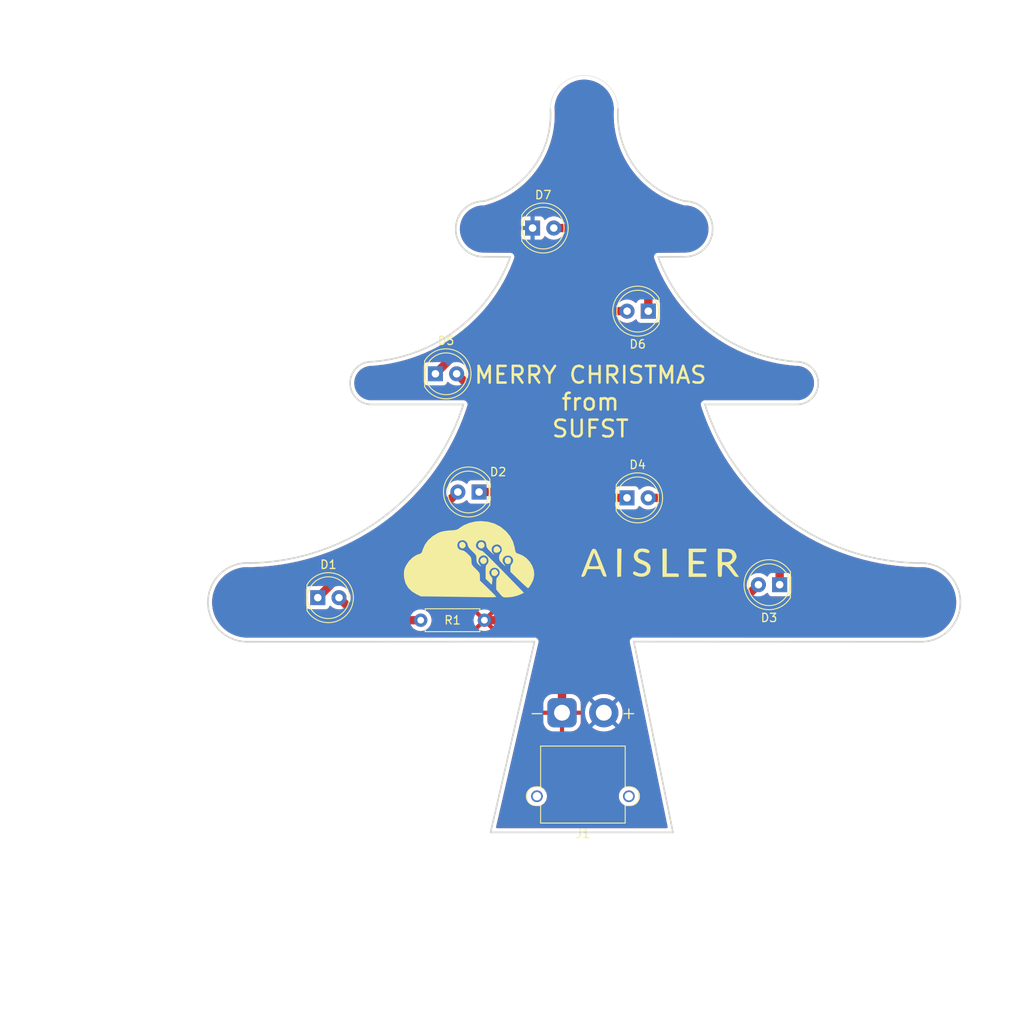
<source format=kicad_pcb>
(kicad_pcb (version 20241229) (generator "pcbnew") (generator_version "9.0")
  (layers (0 "F.Cu" signal) (2 "B.Cu" signal) (13 "F.Paste" user) (15 "B.Paste" user) (5 "F.SilkS" user "F.Silkscreen") (7 "B.SilkS" user "B.Silkscreen") (1 "F.Mask" user) (3 "B.Mask" user) (25 "Edge.Cuts" user))
  (net 0 "")
  (net 1 "Net-(D1-A)")
  (net 2 "Net-(D1-K)")
  (net 3 "Net-(D2-K)")
  (net 4 "Net-(D3-K)")
  (net 5 "Net-(D4-K)")
  (net 6 "Net-(D5-K)")
  (net 7 "Net-(D6-K)")
  (net 8 "GND")
  (net 9 "+GLV")
  (footprint "LED_THT:LED_D5.0mm_Clear" (layer "F.Cu") (at 142.725 69.85 180)
    (property "Reference" "D6" (at 1.27 -3.96 0) (layer "F.SilkS"))
    (property "Value" "LED")
    (fp_line (start -1.29 -1.545) (end -1.29 1.545) (stroke (width 0.12)) (layer "F.SilkS"))
    (fp_arc (start 4.26 0) (mid 2.071779 2.880495) (end -1.29 1.54483) (stroke (width 0.12)) (layer "F.SilkS"))
    (fp_arc (start -1.29 -1.54483) (mid 2.071779 -2.880495) (end 4.26 0) (stroke (width 0.12)) (layer "F.SilkS"))
    (fp_circle (center 1.27 0) (end 3.77 0) (stroke (width 0.12)) (fill no) (layer "F.SilkS"))
    (pad "1" thru_hole rect (at 0 0 180) (size 1.8 1.8) (drill 0.9) (layers "*.Cu" "*.Mask") (net 7 "Net-(D6-K)"))
    (pad "2" thru_hole circle (at 2.54 0 180) (size 1.8 1.8) (drill 0.9) (layers "*.Cu" "*.Mask") (net 6 "Net-(D5-K)"))
  )
  (footprint "LED_THT:LED_D5.0mm_Clear" (layer "F.Cu") (at 140.175 92.2)
    (property "Reference" "D4" (at 1.27 -3.96 0) (layer "F.SilkS"))
    (property "Value" "LED")
    (fp_line (start -1.29 -1.545) (end -1.29 1.545) (stroke (width 0.12)) (layer "F.SilkS"))
    (fp_arc (start -1.29 -1.54483) (mid 2.071779 -2.880495) (end 4.26 0) (stroke (width 0.12)) (layer "F.SilkS"))
    (fp_arc (start 4.26 0) (mid 2.071779 2.880495) (end -1.29 1.54483) (stroke (width 0.12)) (layer "F.SilkS"))
    (fp_circle (center 1.27 0) (end 3.77 0) (stroke (width 0.12)) (fill no) (layer "F.SilkS"))
    (pad "1" thru_hole rect (at 0 0) (size 1.8 1.8) (drill 0.9) (layers "*.Cu" "*.Mask") (net 5 "Net-(D4-K)"))
    (pad "2" thru_hole circle (at 2.54 0) (size 1.8 1.8) (drill 0.9) (layers "*.Cu" "*.Mask") (net 4 "Net-(D3-K)"))
  )
  (footprint "LED_THT:LED_D5.0mm_Clear" (layer "F.Cu") (at 128.875 59.9)
    (property "Reference" "D7" (at 1.27 -3.96 0) (layer "F.SilkS"))
    (property "Value" "LED")
    (fp_line (start -1.29 -1.545) (end -1.29 1.545) (stroke (width 0.12)) (layer "F.SilkS"))
    (fp_arc (start -1.29 -1.54483) (mid 2.071779 -2.880495) (end 4.26 0) (stroke (width 0.12)) (layer "F.SilkS"))
    (fp_arc (start 4.26 0) (mid 2.071779 2.880495) (end -1.29 1.54483) (stroke (width 0.12)) (layer "F.SilkS"))
    (fp_circle (center 1.27 0) (end 3.77 0) (stroke (width 0.12)) (fill no) (layer "F.SilkS"))
    (pad "1" thru_hole rect (at 0 0) (size 1.8 1.8) (drill 0.9) (layers "*.Cu" "*.Mask") (net 8 "GND"))
    (pad "2" thru_hole circle (at 2.54 0) (size 1.8 1.8) (drill 0.9) (layers "*.Cu" "*.Mask") (net 7 "Net-(D6-K)"))
  )
  (footprint "Connector_AMASS:AMASS_XT30PW-M_1x02_P2.50mm_Horizontal" (layer "F.Cu") (at 132.4 117.925 180)
    (property "Reference" "J1" (at -2.5 -14.5 180) (layer "F.SilkS"))
    (property "Value" "Conn_01x02_Socket")
    (fp_line (start 2.56 -8.89) (end 3.15 -8.89) (stroke (width 0.12)) (layer "F.SilkS"))
    (fp_line (start 2.56 -8.89) (end 2.56 -3.99) (stroke (width 0.12)) (layer "F.SilkS"))
    (fp_line (start 2.56 -11.11) (end 3.15 -11.11) (stroke (width 0.12)) (layer "F.SilkS"))
    (fp_line (start 2.56 -13.21) (end 2.56 -11.11) (stroke (width 0.12)) (layer "F.SilkS"))
    (fp_line (start -7.56 -3.99) (end 2.56 -3.99) (stroke (width 0.12)) (layer "F.SilkS"))
    (fp_line (start -7.56 -8.89) (end -7.56 -3.99) (stroke (width 0.12)) (layer "F.SilkS"))
    (fp_line (start -7.56 -13.21) (end 2.56 -13.21) (stroke (width 0.12)) (layer "F.SilkS"))
    (fp_line (start -7.56 -13.21) (end -7.56 -11.11) (stroke (width 0.12)) (layer "F.SilkS"))
    (fp_line (start -8.15 -8.89) (end -7.56 -8.89) (stroke (width 0.12)) (layer "F.SilkS"))
    (fp_line (start -8.15 -11.11) (end -7.56 -11.11) (stroke (width 0.12)) (layer "F.SilkS"))
    (fp_arc (start 3.15 -11.11) (mid 4.26 -10) (end 3.15 -8.89) (stroke (width 0.12)) (layer "F.SilkS"))
    (fp_arc (start -8.15 -8.89) (mid -9.26 -10) (end -8.15 -11.11) (stroke (width 0.12)) (layer "F.SilkS"))
    (fp_text user "-" (at 3 0 180) (layer "F.SilkS") (effects (font (size 1.5 1.5))))
    (fp_text user "+" (at -8 0 180) (layer "F.SilkS") (effects (font (size 1.5 1.5))))
    (pad "" thru_hole circle (at -8 -10 180) (size 1.4 1.4) (drill 1) (layers "*.Cu" "*.Mask"))
    (pad "" thru_hole circle (at 3 -10 180) (size 1.4 1.4) (drill 1) (layers "*.Cu" "*.Mask"))
    (pad "1" thru_hole roundrect (at 0 0 180) (size 3.5 3.5) (drill 1.9) (layers "*.Cu" "*.Mask") (roundrect_rratio 0.22) (net 9 "+GLV"))
    (pad "2" thru_hole circle (at -5 0 180) (size 3.5 3.5) (drill 1.9) (layers "*.Cu" "*.Mask") (net 8 "GND"))
  )
  (footprint "LED_THT:LED_D5.0mm_Clear" (layer "F.Cu") (at 117.25 77.35)
    (property "Reference" "D5" (at 1.27 -3.96 0) (layer "F.SilkS"))
    (property "Value" "LED")
    (fp_line (start -1.29 -1.545) (end -1.29 1.545) (stroke (width 0.12)) (layer "F.SilkS"))
    (fp_arc (start -1.29 -1.54483) (mid 2.071779 -2.880495) (end 4.26 0) (stroke (width 0.12)) (layer "F.SilkS"))
    (fp_arc (start 4.26 0) (mid 2.071779 2.880495) (end -1.29 1.54483) (stroke (width 0.12)) (layer "F.SilkS"))
    (fp_circle (center 1.27 0) (end 3.77 0) (stroke (width 0.12)) (fill no) (layer "F.SilkS"))
    (pad "1" thru_hole rect (at 0 0) (size 1.8 1.8) (drill 0.9) (layers "*.Cu" "*.Mask") (net 6 "Net-(D5-K)"))
    (pad "2" thru_hole circle (at 2.54 0) (size 1.8 1.8) (drill 0.9) (layers "*.Cu" "*.Mask") (net 5 "Net-(D4-K)"))
  )
  (footprint "LED_THT:LED_D5.0mm_Clear" (layer "F.Cu") (at 103.175 104.15)
    (property "Reference" "D1" (at 1.27 -3.96 0) (layer "F.SilkS"))
    (property "Value" "LED")
    (fp_line (start -1.29 -1.545) (end -1.29 1.545) (stroke (width 0.12)) (layer "F.SilkS"))
    (fp_arc (start -1.29 -1.54483) (mid 2.071779 -2.880495) (end 4.26 0) (stroke (width 0.12)) (layer "F.SilkS"))
    (fp_arc (start 4.26 0) (mid 2.071779 2.880495) (end -1.29 1.54483) (stroke (width 0.12)) (layer "F.SilkS"))
    (fp_circle (center 1.27 0) (end 3.77 0) (stroke (width 0.12)) (fill no) (layer "F.SilkS"))
    (pad "1" thru_hole rect (at 0 0) (size 1.8 1.8) (drill 0.9) (layers "*.Cu" "*.Mask") (net 2 "Net-(D1-K)"))
    (pad "2" thru_hole circle (at 2.54 0) (size 1.8 1.8) (drill 0.9) (layers "*.Cu" "*.Mask") (net 1 "Net-(D1-A)"))
  )
  (footprint "LED_THT:LED_D5.0mm_Clear" (layer "F.Cu") (at 158.44 102.6 180)
    (property "Reference" "D3" (at 1.27 -3.96 0) (layer "F.SilkS"))
    (property "Value" "LED")
    (fp_line (start -1.29 -1.545) (end -1.29 1.545) (stroke (width 0.12)) (layer "F.SilkS"))
    (fp_arc (start 4.26 0) (mid 2.071779 2.880495) (end -1.29 1.54483) (stroke (width 0.12)) (layer "F.SilkS"))
    (fp_arc (start -1.29 -1.54483) (mid 2.071779 -2.880495) (end 4.26 0) (stroke (width 0.12)) (layer "F.SilkS"))
    (fp_circle (center 1.27 0) (end 3.77 0) (stroke (width 0.12)) (fill no) (layer "F.SilkS"))
    (pad "1" thru_hole rect (at 0 0 180) (size 1.8 1.8) (drill 0.9) (layers "*.Cu" "*.Mask") (net 4 "Net-(D3-K)"))
    (pad "2" thru_hole circle (at 2.54 0 180) (size 1.8 1.8) (drill 0.9) (layers "*.Cu" "*.Mask") (net 3 "Net-(D2-K)"))
  )
  (footprint "LOGO" (layer "F.Cu") (at 133.5 99.55)
    (property "Reference" "G***" (hide yes))
    (property "Value" "LOGO" (hide yes))
    (fp_poly (pts (xy 5.991956 0.402166) (xy 5.969 2.074333) (xy 5.736166 2.101123) (xy 5.503333 2.127914) (xy 5.503333 0.428957) (xy 5.503333 -1.27) (xy 5.759123 -1.27) (xy 6.014913 -1.270001)) (fill yes) (layer "F.SilkS"))
    (fp_poly (pts (xy -12.809995 -2.010281) (xy -12.7786 -1.984176) (xy -12.634049 -1.766049) (xy -12.652116 -1.538738) (xy -12.748381 -1.403048) (xy -12.964411 -1.281318) (xy -13.18134 -1.320478) (xy -13.339066 -1.47599) (xy -13.411529 -1.701218) (xy -13.357264 -1.901344) (xy -13.213861 -2.042285) (xy -13.018909 -2.089958)) (fill yes) (layer "F.SilkS"))
    (fp_poly (pts (xy -10.6085 -2.050998) (xy -10.450572 -1.923184) (xy -10.367476 -1.738395) (xy -10.394845 -1.533065) (xy -10.461825 -1.433266) (xy -10.679952 -1.288716) (xy -10.907263 -1.306782) (xy -11.042953 -1.403048) (xy -11.164792 -1.620629) (xy -11.122409 -1.847834) (xy -11.006323 -1.989978) (xy -10.805628 -2.085407)) (fill yes) (layer "F.SilkS"))
    (fp_poly (pts (xy -10.338489 -0.208684) (xy -10.177869 -0.087076) (xy -10.095777 0.097452) (xy -10.12702 0.310091) (xy -10.205421 0.426744) (xy -10.419625 0.573542) (xy -10.635968 0.552763) (xy -10.781878 0.437833) (xy -10.90905 0.215794) (xy -10.868354 0.006966) (xy -10.756079 -0.123913) (xy -10.542828 -0.232566)) (fill yes) (layer "F.SilkS"))
    (fp_poly (pts (xy -8.954877 1.261742) (xy -8.839881 1.397) (xy -8.750299 1.562709) (xy -8.764788 1.693004) (xy -8.839881 1.820333) (xy -9.028633 1.996815) (xy -9.259531 2.009921) (xy -9.419167 1.940551) (xy -9.539096 1.785948) (xy -9.565354 1.568317) (xy -9.499736 1.364487) (xy -9.403567 1.272978) (xy -9.151146 1.191268)) (fill yes) (layer "F.SilkS"))
    (fp_poly (pts (xy -8.816781 -1.548116) (xy -8.629335 -1.426286) (xy -8.495155 -1.244293) (xy -8.466667 -1.132866) (xy -8.539613 -0.949349) (xy -8.718221 -0.821047) (xy -8.942149 -0.769769) (xy -9.151055 -0.817321) (xy -9.211734 -0.8636) (xy -9.302807 -1.051358) (xy -9.276566 -1.262455) (xy -9.161941 -1.446752) (xy -8.987863 -1.554107)) (fill yes) (layer "F.SilkS"))
    (fp_poly (pts (xy -7.383372 -0.20815) (xy -7.298267 -0.1524) (xy -7.206868 0.035215) (xy -7.209079 0.263861) (xy -7.297413 0.454342) (xy -7.360434 0.505021) (xy -7.550768 0.581741) (xy -7.710241 0.55423) (xy -7.8105 0.501218) (xy -7.922022 0.351672) (xy -7.956093 0.130017) (xy -7.906922 -0.082434) (xy -7.857067 -0.1524) (xy -7.692003 -0.237226) (xy -7.577667 -0.254)) (fill yes) (layer "F.SilkS"))
    (fp_poly (pts (xy 11.43 0.211666) (xy 11.43 1.693333) (xy 12.149666 1.693333) (xy 12.498162 1.695276) (xy 12.710852 1.70768) (xy 12.821259 1.740405) (xy 12.862911 1.803311) (xy 12.869333 1.905) (xy 12.869333 2.116666) (xy 11.895666 2.116666) (xy 10.922 2.116666) (xy 10.922 0.423333) (xy 10.922 -1.27) (xy 11.176 -1.27) (xy 11.43 -1.27)) (fill yes) (layer "F.SilkS"))
    (fp_poly (pts (xy 16.171333 -1.058334) (xy 16.165747 -0.960276) (xy 16.127845 -0.898433) (xy 16.025907 -0.864457) (xy 15.828216 -0.850002) (xy 15.503053 -0.846721) (xy 15.367 -0.846667) (xy 14.562666 -0.846667) (xy 14.562666 -0.342229) (xy 14.562666 0.16221) (xy 15.218833 0.186938) (xy 15.550538 0.203269) (xy 15.749283 0.228972) (xy 15.851427 0.275503) (xy 15.893332 0.354314) (xy 15.902055 0.402166) (xy 15.906646 0.496325) (xy 15.865489 0.552895) (xy 15.745666 0.581433) (xy 15.514264 0.591496) (xy 15.245888 0.592666) (xy 14.562666 0.592666) (xy 14.562666 1.143) (xy 14.562666 1.693333) (xy 15.367 1.693333) (xy 15.739618 1.694803) (xy 15.974622 1.704777) (xy 16.10373 1.731603) (xy 16.158659 1.783627) (xy 16.171129 1.869196) (xy 16.171333 1.905) (xy 16.171333 2.116666) (xy 15.113 2.116666) (xy 14.054666 2.116666) (xy 14.054666 0.423333) (xy 14.054666 -1.27) (xy 15.113 -1.27) (xy 16.171333 -1.27)) (fill yes) (layer "F.SilkS"))
    (fp_poly (pts (xy 8.734428 -1.272838) (xy 9.023841 -1.211577) (xy 9.249719 -1.106063) (xy 9.372156 -0.963219) (xy 9.379369 -0.862489) (xy 9.28253 -0.750229) (xy 9.061991 -0.751358) (xy 8.758106 -0.849921) (xy 8.465293 -0.901029) (xy 8.206517 -0.8266) (xy 8.027022 -0.647908) (xy 7.973715 -0.481088) (xy 7.977253 -0.280346) (xy 8.060107 -0.128092) (xy 8.249912 0.002905) (xy 8.574298 0.139877) (xy 8.621415 0.157219) (xy 9.050473 0.351445) (xy 9.327563 0.573804) (xy 9.469758 0.842486) (xy 9.498085 1.091189) (xy 9.446927 1.47035) (xy 9.288722 1.748308) (xy 9.032763 1.951547) (xy 8.67131 2.083367) (xy 8.248664 2.101707) (xy 7.828883 2.007043) (xy 7.6835 1.941568) (xy 7.466881 1.815413) (xy 7.381765 1.715533) (xy 7.404592 1.600168) (xy 7.448382 1.524796) (xy 7.522884 1.448374) (xy 7.631693 1.465841) (xy 7.764586 1.53757) (xy 8.107886 1.675963) (xy 8.443458 1.703487) (xy 8.736437 1.630415) (xy 8.951956 1.467018) (xy 9.055151 1.223568) (xy 9.059333 1.156122) (xy 9.004005 0.948156) (xy 8.82528 0.774378) (xy 8.504043 0.61911) (xy 8.33066 0.558445) (xy 7.901655 0.361887) (xy 7.62375 0.097547) (xy 7.490148 -0.241195) (xy 7.486718 -0.263026) (xy 7.511971 -0.631454) (xy 7.699118 -0.95493) (xy 7.884025 -1.121886) (xy 8.124615 -1.234915) (xy 8.421384 -1.282925)) (fill yes) (layer "F.SilkS"))
    (fp_poly (pts (xy 2.739323 -1.251308) (xy 2.824825 -1.235628) (xy 2.900634 -1.193218) (xy 2.97805 -1.1034) (xy 3.068376 -0.945496) (xy 3.182913 -0.698831) (xy 3.332964 -0.342725) (xy 3.52983 0.143498) (xy 3.607156 0.33643) (xy 3.799202 0.821649) (xy 3.96742 1.257208) (xy 4.102164 1.617259) (xy 4.19379 1.875955) (xy 4.23265 2.007447) (xy 4.233333 2.014485) (xy 4.17181 2.093672) (xy 4.031929 2.096425) (xy 3.880719 2.03312) (xy 3.799532 1.947333) (xy 3.723782 1.787954) (xy 3.625627 1.555421) (xy 3.604706 1.502833) (xy 3.479973 1.185333) (xy 2.725156 1.185333) (xy 1.970338 1.185333) (xy 1.818433 1.5875) (xy 1.692318 1.880007) (xy 1.571437 2.0419) (xy 1.423499 2.107683) (xy 1.324441 2.11537) (xy 1.211523 2.076215) (xy 1.22156 1.9685) (xy 1.268523 1.846274) (xy 1.367184 1.593482) (xy 1.506989 1.237029) (xy 1.677382 0.803823) (xy 1.688493 0.775639) (xy 2.143877 0.775639) (xy 2.199677 0.820277) (xy 2.357114 0.841054) (xy 2.647809 0.846611) (xy 2.700274 0.846666) (xy 2.994854 0.836815) (xy 3.209324 0.810861) (xy 3.301192 0.774202) (xy 3.302 0.770232) (xy 3.273143 0.662189) (xy 3.195765 0.436044) (xy 3.083651 0.131148) (xy 3.01681 -0.043876) (xy 2.73162 -0.781549) (xy 2.474633 -0.115608) (xy 2.34851 0.210514) (xy 2.240465 0.488619) (xy 2.169186 0.670641) (xy 2.158098 0.6985) (xy 2.143877 0.775639) (xy 1.688493 0.775639) (xy 1.867809 0.320772) (xy 1.886785 0.272692) (xy 2.096477 -0.25675) (xy 2.255576 -0.648789) (xy 2.375388 -0.923634) (xy 2.467219 -1.101496) (xy 2.542375 -1.202586) (xy 2.612162 -1.247114) (xy 2.687885 -1.255291)) (fill yes) (layer "F.SilkS"))
    (fp_poly (pts (xy 18.793003 -1.246566) (xy 19.179274 -1.168737) (xy 19.452143 -1.025228) (xy 19.636788 -0.804752) (xy 19.719869 -0.619224) (xy 19.788586 -0.384518) (xy 19.78178 -0.206192) (xy 19.693381 0.010653) (xy 19.677536 0.042699) (xy 19.506973 0.288299) (xy 19.291155 0.482114) (xy 19.245818 0.508956) (xy 19.072822 0.608749) (xy 19.031807 0.684448) (xy 19.10279 0.786658) (xy 19.12613 0.812004) (xy 19.245144 0.957153) (xy 19.424969 1.195839) (xy 19.630919 1.481763) (xy 19.675422 1.545166) (xy 20.074555 2.116666) (xy 19.821347 2.116666) (xy 19.690069 2.099361) (xy 19.564932 2.03065) (xy 19.418179 1.885342) (xy 19.222052 1.638247) (xy 19.076236 1.440425) (xy 18.763257 1.043274) (xy 18.507272 0.794615) (xy 18.298762 0.687213) (xy 18.128205 0.713838) (xy 18.123478 0.716692) (xy 18.079938 0.82408) (xy 18.048546 1.059674) (xy 18.034342 1.382497) (xy 18.034 1.44433) (xy 18.03133 1.778965) (xy 18.016541 1.97889) (xy 17.979462 2.078717) (xy 17.909923 2.113058) (xy 17.836444 2.116666) (xy 17.658635 2.09478) (xy 17.582444 2.060222) (xy 17.564948 1.961754) (xy 17.549658 1.720935) (xy 17.537475 1.364741) (xy 17.529297 0.92015) (xy 17.526023 0.414138) (xy 17.526 0.366888) (xy 17.526 -0.254) (xy 18.034 -0.254) (xy 18.034 0.338666) (xy 18.461181 0.338666) (xy 18.75914 0.318336) (xy 18.961522 0.24196) (xy 19.096181 0.130848) (xy 19.267132 -0.13448) (xy 19.284685 -0.411854) (xy 19.147093 -0.664557) (xy 19.134666 -0.677334) (xy 18.971508 -0.786834) (xy 18.7331 -0.837941) (xy 18.499666 -0.846667) (xy 18.034 -0.846667) (xy 18.034 -0.254) (xy 17.526 -0.254) (xy 17.526 -1.27) (xy 18.268154 -1.27)) (fill yes) (layer "F.SilkS"))
    (fp_poly (pts (xy -9.974671 -4.4954) (xy -9.178008 -4.268037) (xy -8.458676 -3.893566) (xy -7.825584 -3.375643) (xy -7.760167 -3.308578) (xy -7.289757 -2.729465) (xy -6.967275 -2.121019) (xy -6.771707 -1.442397) (xy -6.756282 -1.3573) (xy -6.6985 -1.045603) (xy -6.642747 -0.860146) (xy -6.565534 -0.75977) (xy -6.44337 -0.703316) (xy -6.371022 -0.682254) (xy -5.820224 -0.456015) (xy -5.339026 -0.115262) (xy -4.942848 0.31388) (xy -4.647114 0.805282) (xy -4.467242 1.33282) (xy -4.418657 1.870365) (xy -4.516777 2.391791) (xy -4.53197 2.43346) (xy -4.660431 2.727744) (xy -4.814819 3.018505) (xy -4.970317 3.265491) (xy -5.102112 3.428447) (xy -5.17178 3.471333) (xy -5.252833 3.415349) (xy -5.433341 3.260371) (xy -5.691751 3.025856) (xy -6.006509 2.731262) (xy -6.261196 2.487798) (xy -7.281334 1.504263) (xy -7.281334 1.10392) (xy -7.253202 0.796384) (xy -7.158189 0.598271) (xy -7.112 0.550333) (xy -6.962685 0.31735) (xy -6.949516 0.052169) (xy -7.060246 -0.195845) (xy -7.282624 -0.377328) (xy -7.348988 -0.404716) (xy -7.656705 -0.44238) (xy -7.918433 -0.353063) (xy -8.110042 -0.170749) (xy -8.207401 0.070577) (xy -8.186379 0.336931) (xy -8.043334 0.573161) (xy -7.898495 0.743429) (xy -7.868853 0.811505) (xy -7.938448 0.782303) (xy -8.091318 0.660737) (xy -8.255 0.508) (xy -8.471694 0.279652) (xy -8.587067 0.100953) (xy -8.631197 -0.085263) (xy -8.636 -0.216173) (xy -8.591055 -0.531397) (xy -8.466667 -0.719667) (xy -8.320831 -0.948519) (xy -8.298901 -1.216452) (xy -8.383365 -1.47552) (xy -8.556709 -1.677776) (xy -8.801421 -1.775274) (xy -8.853233 -1.778) (xy -9.177778 -1.710583) (xy -9.408858 -1.53047) (xy -9.52248 -1.270867) (xy -9.494652 -0.964982) (xy -9.476219 -0.915766) (xy -9.384867 -0.747721) (xy -9.303392 -0.677336) (xy -9.303062 -0.677334) (xy -9.233431 -0.610548) (xy -9.228667 -0.574393) (xy -9.282787 -0.57982) (xy -9.426508 -0.685692) (xy -9.63187 -0.870575) (xy -9.694334 -0.931334) (xy -9.939738 -1.185979) (xy -10.081714 -1.374541) (xy -10.146358 -1.540012) (xy -10.16 -1.698486) (xy -10.222977 -2.009861) (xy -10.409819 -2.206233) (xy -10.717391 -2.284607) (xy -10.774355 -2.286001) (xy -11.0425 -2.240872) (xy -11.240199 -2.080734) (xy -11.254522 -2.062916) (xy -11.40067 -1.772947) (xy -11.389628 -1.498802) (xy -11.233455 -1.261648) (xy -10.944209 -1.082653) (xy -10.648761 -0.999583) (xy -10.559749 -0.934941) (xy -10.366613 -0.761192) (xy -10.082583 -0.491304) (xy -9.720886 -0.138244) (xy -9.294754 0.285023) (xy -8.817414 0.765527) (xy -8.302097 1.290304) (xy -8.079985 1.518257) (xy -5.65745 4.010182) (xy -5.982559 4.178692) (xy -6.469015 4.372139) (xy -7.041734 4.508174) (xy -7.622365 4.569073) (xy -7.715464 4.570677) (xy -7.964509 4.566672) (xy -8.133645 4.534349) (xy -8.273974 4.445791) (xy -8.436599 4.273082) (xy -8.583297 4.096606) (xy -8.974667 3.621213) (xy -8.974667 2.942148) (xy -8.969681 2.594605) (xy -8.947322 2.370385) (xy -8.896491 2.223596) (xy -8.806091 2.108343) (xy -8.763 2.066918) (xy -8.587002 1.81021) (xy -8.553557 1.535824) (xy -8.646384 1.284776) (xy -8.8492 1.098082) (xy -9.145723 1.016758) (xy -9.180189 1.016) (xy -9.451084 1.069438) (xy -9.645855 1.239084) (xy -9.791685 1.488723) (xy -9.793357 1.716508) (xy -9.648411 1.968693) (xy -9.604126 2.023145) (xy -9.469951 2.209832) (xy -9.422071 2.38721) (xy -9.440424 2.637299) (xy -9.445477 2.671783) (xy -9.504036 3.062284) (xy -9.874352 2.698847) (xy -10.244667 2.33541) (xy -10.244667 1.526738) (xy -10.240916 1.144112) (xy -10.225252 0.895026) (xy -10.191064 0.743769) (xy -10.131739 0.654631) (xy -10.075334 0.612315) (xy -9.945385 0.442417) (xy -9.900237 0.192079) (xy -9.939813 -0.072614) (xy -10.064032 -0.285578) (xy -10.076426 -0.297323) (xy -10.336315 -0.446651) (xy -10.594002 -0.456501) (xy -10.823917 -0.355108) (xy -11.000491 -0.170707) (xy -11.098155 0.068468) (xy -11.091339 0.334181) (xy -10.954475 0.598196) (xy -10.921353 0.635689) (xy -10.799756 0.786369) (xy -10.795226 0.841148) (xy -10.88658 0.801904) (xy -11.052634 0.670514) (xy -11.107868 0.619159) (xy -11.25516 0.448787) (xy -11.325752 0.261747) (xy -11.345215 -0.01392) (xy -11.345334 -0.049054) (xy -11.351195 -0.272181) (xy -11.385768 -0.434999) (xy -11.474538 -0.583212) (xy -11.642989 -0.762521) (xy -11.853334 -0.960079) (xy -12.154138 -1.262848) (xy -12.319643 -1.49156) (xy -12.361334 -1.635114) (xy -12.436836 -1.925659) (xy -12.633023 -2.155056) (xy -12.904413 -2.277135) (xy -13.002479 -2.286001) (xy -13.319387 -2.214866) (xy -13.536484 -2.017422) (xy -13.629564 -1.717605) (xy -13.631334 -1.664123) (xy -13.558721 -1.361597) (xy -13.356303 -1.155237) (xy -13.047208 -1.068513) (xy -13.044213 -1.068357) (xy -12.832994 -1.009061) (xy -12.58349 -0.838851) (xy -12.363118 -0.636758) (xy -12.138191 -0.406255) (xy -12.010712 -0.235344) (xy -11.953233 -0.069278) (xy -11.938302 0.146693) (xy -11.938 0.211134) (xy -11.931291 0.427846) (xy -11.894823 0.591174) (xy -11.804085 0.746078) (xy -11.634568 0.93752) (xy -11.43 1.142999) (xy -11.182044 1.393478) (xy -11.031604 1.572112) (xy -10.954345 1.724638) (xy -10.925929 1.896795) (xy -10.922 2.097722) (xy -10.922 2.549745) (xy -9.948334 3.485773) (xy -9.617791 3.808019) (xy -9.335333 4.091938) (xy -9.121684 4.316008) (xy -8.997567 4.458708) (xy -8.974667 4.4969) (xy -9.053892 4.524199) (xy -9.269995 4.543995) (xy -9.590616 4.554519) (xy -9.983398 4.554007) (xy -10.011834 4.553528) (xy -10.3303 4.54828) (xy -10.792601 4.541252) (xy -11.373253 4.532803) (xy -12.046771 4.523294) (xy -12.78767 4.513082) (xy -13.570466 4.502527) (xy -14.369673 4.491987) (xy -14.520334 4.490028) (xy -17.991667 4.445) (xy -18.469861 4.220805) (xy -19.065266 3.86159) (xy -19.520337 3.410482) (xy -19.831572 2.8728) (xy -19.995472 2.253865) (xy -20.021641 1.862666) (xy -20.012981 1.503402) (xy -19.972164 1.235366) (xy -19.879933 0.980947) (xy -19.729654 0.685789) (xy -19.404903 0.20744) (xy -19.003472 -0.194726) (xy -18.563748 -0.487086) (xy -18.251422 -0.609013) (xy -18.051506 -0.67304) (xy -17.928624 -0.761793) (xy -17.842636 -0.922329) (xy -17.757384 -1.188172) (xy -17.503786 -1.763693) (xy -17.107079 -2.294904) (xy -16.592415 -2.756546) (xy -15.984945 -3.123354) (xy -15.713632 -3.240958) (xy -15.330752 -3.347321) (xy -14.830785 -3.423086) (xy -14.478 -3.451245) (xy -14.082521 -3.478283) (xy -13.813337 -3.514872) (xy -13.627409 -3.571194) (xy -13.481702 -3.65743) (xy -13.428764 -3.699461) (xy -12.877659 -4.064268) (xy -12.22111 -4.342115) (xy -11.507571 -4.516671) (xy -10.839755 -4.572)) (fill yes) (layer "F.SilkS"))
  )
  (footprint "LED_THT:LED_D5.0mm_Clear" (layer "F.Cu") (at 122.475 91.5 180)
    (property "Reference" "D2" (at -2.275 2.4 0) (layer "F.SilkS"))
    (property "Value" "LED")
    (fp_line (start -1.29 -1.545) (end -1.29 1.545) (stroke (width 0.12)) (layer "F.SilkS"))
    (fp_arc (start 4.26 0) (mid 2.071779 2.880495) (end -1.29 1.54483) (stroke (width 0.12)) (layer "F.SilkS"))
    (fp_arc (start -1.29 -1.54483) (mid 2.071779 -2.880495) (end 4.26 0) (stroke (width 0.12)) (layer "F.SilkS"))
    (fp_circle (center 1.27 0) (end 3.77 0) (stroke (width 0.12)) (fill no) (layer "F.SilkS"))
    (pad "1" thru_hole rect (at 0 0 180) (size 1.8 1.8) (drill 0.9) (layers "*.Cu" "*.Mask") (net 3 "Net-(D2-K)"))
    (pad "2" thru_hole circle (at 2.54 0 180) (size 1.8 1.8) (drill 0.9) (layers "*.Cu" "*.Mask") (net 2 "Net-(D1-K)"))
  )
  (footprint "Resistor_THT:R_Axial_DIN0207_L6.3mm_D2.5mm_P7.62mm_Horizontal" (layer "F.Cu") (at 123.11 106.85 180)
    (property "Reference" "R1" (at 3.81 0 0) (layer "F.SilkS"))
    (property "Value" "R")
    (fp_line (start 7.08 1.37) (end 7.08 1.04) (stroke (width 0.12)) (layer "F.SilkS"))
    (fp_line (start 7.08 -1.37) (end 7.08 -1.04) (stroke (width 0.12)) (layer "F.SilkS"))
    (fp_line (start 0.54 1.37) (end 7.08 1.37) (stroke (width 0.12)) (layer "F.SilkS"))
    (fp_line (start 0.54 1.04) (end 0.54 1.37) (stroke (width 0.12)) (layer "F.SilkS"))
    (fp_line (start 0.54 -1.04) (end 0.54 -1.37) (stroke (width 0.12)) (layer "F.SilkS"))
    (fp_line (start 0.54 -1.37) (end 7.08 -1.37) (stroke (width 0.12)) (layer "F.SilkS"))
    (pad "1" thru_hole circle (at 0 0 180) (size 1.6 1.6) (drill 0.8) (layers "*.Cu" "*.Mask") (net 9 "+GLV"))
    (pad "2" thru_hole circle (at 7.62 0 180) (size 1.6 1.6) (drill 0.8) (layers "*.Cu" "*.Mask") (net 1 "Net-(D1-A)"))
  )
  (gr_line (start 95.053001 100.004356) (end 95.053384 100.004356) (stroke (width 0.2)) (layer "F.Cu"))
  (gr_line (start 175.046963 100.004356) (end 175.04693 100.004356) (stroke (width 0.2)) (layer "F.Cu"))
  (gr_line (start 123.85 132.25) (end 135.25 132.25) (stroke (width 0.2)) (layer "Edge.Cuts"))
  (gr_arc (start 109.704526 81.019619) (mid 107.042746 78.508953) (end 109.613868 75.905499) (stroke (width 0.2)) (layer "Edge.Cuts"))
  (gr_line (start 109.704526 81.019619) (end 120.600502 81.01962) (stroke (width 0.2)) (layer "Edge.Cuts"))
  (gr_line (start 145.680749 132.250002) (end 135.25 132.25) (stroke (width 0.2)) (layer "Edge.Cuts"))
  (gr_arc (start 94.883952 109.430664) (mid 90.032287 104.628976) (end 95.053001 100.004356) (stroke (width 0.2)) (layer "Edge.Cuts"))
  (gr_arc (start 123.078339 63.33751) (mid 119.67572 60.033878) (end 123.037822 56.688988) (stroke (width 0.2)) (layer "Edge.Cuts"))
  (gr_line (start 123.037822 56.688988) (end 123.037868 56.688988) (stroke (width 0.2)) (layer "Edge.Cuts"))
  (gr_line (start 175.215992 109.430664) (end 140.999513 109.413606) (stroke (width 0.2)) (layer "Edge.Cuts"))
  (gr_line (start 147.064811 56.679003) (end 147.062178 56.688988) (stroke (width 0.2)) (layer "Edge.Cuts"))
  (gr_line (start 147.232921 63.335744) (end 143.899499 63.363606) (stroke (width 0.2)) (layer "Edge.Cuts"))
  (gr_arc (start 175.046948 100.004356) (mid 159.219469 94.621368) (end 149.499505 81.01962) (stroke (width 0.2)) (layer "Edge.Cuts"))
  (gr_arc (start 131.015834 45.745148) (mid 128.971466 52.634676) (end 123.037868 56.688988) (stroke (width 0.2)) (layer "Edge.Cuts"))
  (gr_line (start 129.100487 109.413606) (end 123.85 132.25) (stroke (width 0.2)) (layer "Edge.Cuts"))
  (gr_arc (start 147.062178 56.688988) (mid 150.424278 60.034047) (end 147.232921 63.335744) (stroke (width 0.2)) (layer "Edge.Cuts"))
  (gr_arc (start 175.046963 100.004356) (mid 180.063529 104.497675) (end 175.215992 109.430664) (stroke (width 0.2)) (layer "Edge.Cuts"))
  (gr_line (start 123.078339 63.33751) (end 126.2005 63.363606) (stroke (width 0.2)) (layer "Edge.Cuts"))
  (gr_arc (start 130.999837 45.694815) (mid 135.027431 41.63682) (end 139.1 45.649678) (stroke (width 0.05)) (layer "Edge.Cuts"))
  (gr_line (start 139.1 45.649678) (end 139.1 45.649925) (stroke (width 0.05)) (layer "Edge.Cuts"))
  (gr_line (start 131.015834 45.745148) (end 130.999837 45.694815) (stroke (width 0.2)) (layer "Edge.Cuts"))
  (gr_line (start 94.883952 109.430664) (end 129.100487 109.413606) (stroke (width 0.2)) (layer "Edge.Cuts"))
  (gr_arc (start 126.2005 63.363606) (mid 119.764675 72.09108) (end 109.613868 75.905499) (stroke (width 0.2)) (layer "Edge.Cuts"))
  (gr_arc (start 160.486132 75.905499) (mid 150.335329 72.091083) (end 143.899499 63.363606) (stroke (width 0.2)) (layer "Edge.Cuts"))
  (gr_line (start 160.603551 81.019619) (end 149.499505 81.01962) (stroke (width 0.2)) (layer "Edge.Cuts"))
  (gr_line (start 140.999513 109.413606) (end 145.680749 132.250002) (stroke (width 0.2)) (layer "Edge.Cuts"))
  (gr_arc (start 120.600502 81.01962) (mid 110.880535 94.621365) (end 95.053384 100.004356) (stroke (width 0.2)) (layer "Edge.Cuts"))
  (gr_arc (start 147.064811 56.679003) (mid 141.108732 52.589781) (end 139.1 45.649925) (stroke (width 0.2)) (layer "Edge.Cuts"))
  (gr_arc (start 160.486132 75.905499) (mid 163.057251 78.509091) (end 160.603551 81.019619) (stroke (width 0.2)) (layer "Edge.Cuts"))
  (gr_text "MERRY CHRISTMAS\nfrom\nSUFST" (at 135.8 85.1 0) (layer "F.SilkS") (effects (font (size 2 2) (thickness 0.3) (bold yes)) (justify bottom)))
  (segment (start 115.49 106.85) (end 108.415 106.85) (width 1) (layer "F.Cu") (net 1))
  (segment (start 108.415 106.85) (end 105.715 104.15) (width 1) (layer "F.Cu") (net 1))
  (segment (start 116.185 95.25) (end 119.935 91.5) (width 1) (layer "F.Cu") (net 2))
  (segment (start 103.175 104.15) (end 112.075 95.25) (width 1) (layer "F.Cu") (net 2))
  (segment (start 112.075 95.25) (end 116.185 95.25) (width 1) (layer "F.Cu") (net 2))
  (segment (start 154.45 104.05) (end 155.9 102.6) (width 1) (layer "F.Cu") (net 3))
  (segment (start 126.15 91.5) (end 138.7 104.05) (width 1) (layer "F.Cu") (net 3))
  (segment (start 138.7 104.05) (end 154.45 104.05) (width 1) (layer "F.Cu") (net 3))
  (segment (start 122.475 91.5) (end 126.15 91.5) (width 1) (layer "F.Cu") (net 3))
  (segment (start 149.85 92.2) (end 158.44 100.79) (width 1) (layer "F.Cu") (net 4))
  (segment (start 158.44 100.79) (end 158.44 102.6) (width 1) (layer "F.Cu") (net 4))
  (segment (start 142.715 92.2) (end 149.85 92.2) (width 1) (layer "F.Cu") (net 4))
  (segment (start 140.175 92.2) (end 134.64 92.2) (width 1) (layer "F.Cu") (net 5))
  (segment (start 134.64 92.2) (end 119.79 77.35) (width 1) (layer "F.Cu") (net 5))
  (segment (start 117.25 77.35) (end 124.75 69.85) (width 1) (layer "F.Cu") (net 6))
  (segment (start 124.75 69.85) (end 140.185 69.85) (width 1) (layer "F.Cu") (net 6))
  (segment (start 136.6 59.9) (end 131.415 59.9) (width 1) (layer "F.Cu") (net 7))
  (segment (start 142.725 69.85) (end 142.725 66.025) (width 1) (layer "F.Cu") (net 7))
  (segment (start 142.725 66.025) (end 136.6 59.9) (width 1) (layer "F.Cu") (net 7))
  (segment (start 132.4 117.925) (end 132.4 108.4) (width 1) (layer "F.Cu") (net 9))
  (segment (start 131.875 107.9) (end 130.825 106.85) (width 1) (layer "F.Cu") (net 9))
  (segment (start 132.4 108.4) (end 131.9 107.9) (width 1) (layer "F.Cu") (net 9))
  (segment (start 131.9 107.9) (end 131.875 107.9) (width 1) (layer "F.Cu") (net 9))
  (segment (start 130.825 106.85) (end 123.11 106.85) (width 1) (layer "F.Cu") (net 9))
  (zone (net 9) (net_name "+GLV") (layer "F.Cu") (connect_pads (clearance 0.5)) (min_thickness 0.25) (fill yes (thermal_gap 0.5) (thermal_bridge_width 0.5))
    (polygon (pts (xy 77.85 35.7) (xy 184.05 32.6) (xy 187.7 153.4) (xy 65.15 140.2)))
  )
  (zone (net 8) (net_name "GND") (layer "B.Cu") (priority 1) (connect_pads (clearance 0.5)) (min_thickness 0.25) (fill yes (thermal_gap 0.5) (thermal_bridge_width 0.5))
    (polygon (pts (xy 77.85 35.7) (xy 184.05 32.6) (xy 187.7 153.4) (xy 65.15 140.2)))
  )
)
</source>
